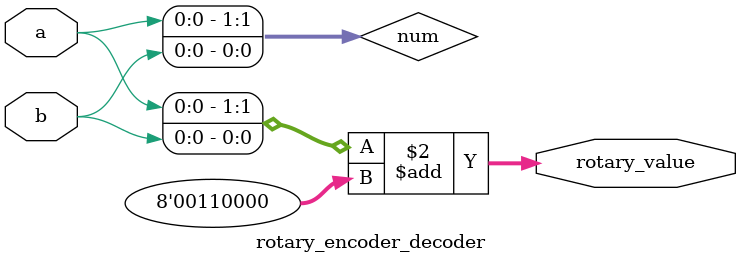
<source format=sv>
 module rotary_encoder_decoder(
	
	input logic a,
	
	input logic b,

	//output logic [7:0] rotary_value		//ascii value of r encoder
	
	output logic [11:0] rotary_value

	);
	
	logic [1:0] num;
	
	always_comb		//combine the 2 bits of the rotary encoder into the first 2 bits of a 12 bit number
						//and convert it into its ascii vallue
		begin
			num = {a,b};
			
			rotary_value = num + 8'd48;		//add 48 to get its ascii value
			
		end
	
endmodule
	
	
</source>
